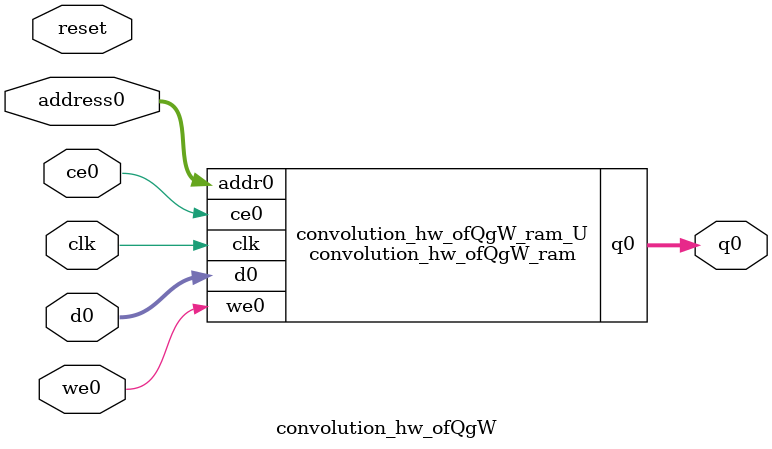
<source format=v>
`timescale 1 ns / 1 ps
module convolution_hw_ofQgW_ram (addr0, ce0, d0, we0, q0,  clk);

parameter DWIDTH = 32;
parameter AWIDTH = 5;
parameter MEM_SIZE = 32;

input[AWIDTH-1:0] addr0;
input ce0;
input[DWIDTH-1:0] d0;
input we0;
output reg[DWIDTH-1:0] q0;
input clk;

(* ram_style = "block" *)reg [DWIDTH-1:0] ram[0:MEM_SIZE-1];




always @(posedge clk)  
begin 
    if (ce0) begin
        if (we0) 
            ram[addr0] <= d0; 
        q0 <= ram[addr0];
    end
end


endmodule

`timescale 1 ns / 1 ps
module convolution_hw_ofQgW(
    reset,
    clk,
    address0,
    ce0,
    we0,
    d0,
    q0);

parameter DataWidth = 32'd32;
parameter AddressRange = 32'd32;
parameter AddressWidth = 32'd5;
input reset;
input clk;
input[AddressWidth - 1:0] address0;
input ce0;
input we0;
input[DataWidth - 1:0] d0;
output[DataWidth - 1:0] q0;



convolution_hw_ofQgW_ram convolution_hw_ofQgW_ram_U(
    .clk( clk ),
    .addr0( address0 ),
    .ce0( ce0 ),
    .we0( we0 ),
    .d0( d0 ),
    .q0( q0 ));

endmodule


</source>
